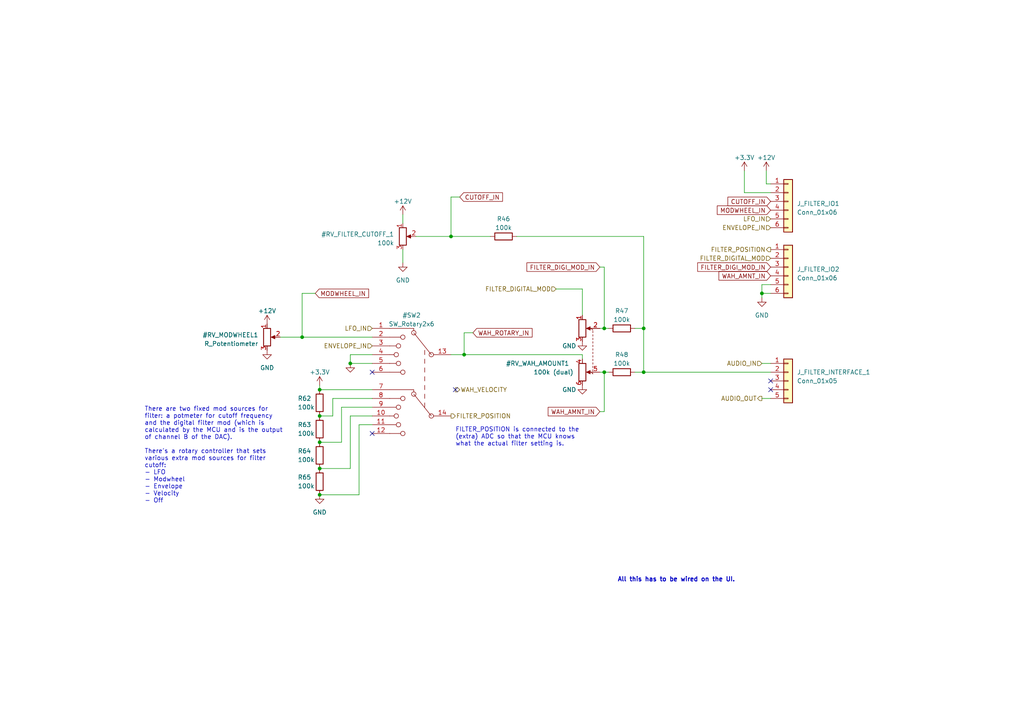
<source format=kicad_sch>
(kicad_sch (version 20230121) (generator eeschema)
  (paper "A4")
  (lib_symbols
    (symbol "Connector_Generic:Conn_01x05" (pin_names (offset 1.016) hide)
      (property "Reference" "J" (at 0 7.62 0))
      (property "Value" "Conn_01x05" (at 0 -7.62 0))
      (symbol "Conn_01x05_1_1"
        (rectangle (start -1.27 -4.953) (end 0 -5.207) (stroke (width 0.1524)))
        (rectangle (start -1.27 -2.413) (end 0 -2.667) (stroke (width 0.1524)))
        (rectangle (start -1.27 0.127) (end 0 -0.127) (stroke (width 0.1524)))
        (rectangle (start -1.27 2.667) (end 0 2.413) (stroke (width 0.1524)))
        (rectangle (start -1.27 5.207) (end 0 4.953) (stroke (width 0.1524)))
        (rectangle (start -1.27 6.35) (end 1.27 -6.35) (stroke (width 0.254)) (fill (type background)))
        (pin passive line (at -5.08 5.08 0) (length 3.81) (name "Pin_1") (number "1"))
        (pin passive line (at -5.08 2.54 0) (length 3.81) (name "Pin_2") (number "2"))
        (pin passive line (at -5.08 0 0) (length 3.81) (name "Pin_3") (number "3"))
        (pin passive line (at -5.08 -2.54 0) (length 3.81) (name "Pin_4") (number "4"))
        (pin passive line (at -5.08 -5.08 0) (length 3.81) (name "Pin_5") (number "5"))
      )
    )
    (symbol "Connector_Generic:Conn_01x06" (pin_names (offset 1.016) hide)
      (property "Reference" "J" (at 0 7.62 0))
      (property "Value" "Conn_01x06" (at 0 -10.16 0))
      (symbol "Conn_01x06_1_1"
        (rectangle (start -1.27 -7.493) (end 0 -7.747) (stroke (width 0.1524)))
        (rectangle (start -1.27 -4.953) (end 0 -5.207) (stroke (width 0.1524)))
        (rectangle (start -1.27 -2.413) (end 0 -2.667) (stroke (width 0.1524)))
        (rectangle (start -1.27 0.127) (end 0 -0.127) (stroke (width 0.1524)))
        (rectangle (start -1.27 2.667) (end 0 2.413) (stroke (width 0.1524)))
        (rectangle (start -1.27 5.207) (end 0 4.953) (stroke (width 0.1524)))
        (rectangle (start -1.27 6.35) (end 1.27 -8.89) (stroke (width 0.254)) (fill (type background)))
        (pin passive line (at -5.08 5.08 0) (length 3.81) (name "Pin_1") (number "1"))
        (pin passive line (at -5.08 2.54 0) (length 3.81) (name "Pin_2") (number "2"))
        (pin passive line (at -5.08 0 0) (length 3.81) (name "Pin_3") (number "3"))
        (pin passive line (at -5.08 -2.54 0) (length 3.81) (name "Pin_4") (number "4"))
        (pin passive line (at -5.08 -5.08 0) (length 3.81) (name "Pin_5") (number "5"))
        (pin passive line (at -5.08 -7.62 0) (length 3.81) (name "Pin_6") (number "6"))
      )
    )
    (symbol "Device:R" (pin_numbers hide) (pin_names (offset 0))
      (property "Reference" "R" (at 2.032 0 90))
      (property "Value" "R" (at 0 0 90))
      (symbol "R_0_1"
        (rectangle (start -1.016 -2.54) (end 1.016 2.54) (stroke (width 0.254)))
      )
      (symbol "R_1_1"
        (pin passive line (at 0 3.81 270) (length 1.27) (name "~") (number "1"))
        (pin passive line (at 0 -3.81 90) (length 1.27) (name "~") (number "2"))
      )
    )
    (symbol "Device:R_Potentiometer" (pin_names (offset 1.016) hide)
      (property "Reference" "RV" (at -4.445 0 90))
      (property "Value" "R_Potentiometer" (at -2.54 0 90))
      (symbol "R_Potentiometer_0_1"
        (polyline (pts (xy 2.54 0) (xy 1.524 0)))
        (polyline (pts (xy 1.143 0) (xy 2.286 0.508) (xy 2.286 -0.508) (xy 1.143 0)) (fill (type outline)))
        (rectangle (start 1.016 2.54) (end -1.016 -2.54) (stroke (width 0.254)))
      )
      (symbol "R_Potentiometer_1_1"
        (pin passive line (at 0 3.81 270) (length 1.27) (name "1") (number "1"))
        (pin passive line (at 3.81 0 180) (length 1.27) (name "2") (number "2"))
        (pin passive line (at 0 -3.81 90) (length 1.27) (name "3") (number "3"))
      )
    )
    (symbol "Device:R_Potentiometer_Dual" (pin_names (offset 1.016) hide)
      (property "Reference" "RV" (at 0 3.81 0))
      (property "Value" "R_Potentiometer_Dual" (at 0 1.905 0))
      (symbol "R_Potentiometer_Dual_0_1"
        (rectangle (start -8.89 -1.524) (end -3.81 -3.556) (stroke (width 0.254)))
        (polyline (pts (xy -6.35 0) (xy -6.35 -1.016)))
        (polyline (pts (xy -6.35 0) (xy -6.35 -1.016)))
        (polyline (pts (xy -6.35 0) (xy -5.842 0.508)))
        (polyline (pts (xy -5.588 0.508) (xy -5.08 0.508)))
        (polyline (pts (xy -4.572 0.508) (xy -4.064 0.508)))
        (polyline (pts (xy -3.556 0.508) (xy -3.048 0.508)))
        (polyline (pts (xy -2.54 0.508) (xy -2.032 0.508)))
        (polyline (pts (xy -1.524 0.508) (xy -1.016 0.508)))
        (polyline (pts (xy -0.508 0.508) (xy 0 0.508)))
        (polyline (pts (xy 0.508 0.508) (xy 1.016 0.508)))
        (polyline (pts (xy 1.524 0.508) (xy 2.032 0.508)))
        (polyline (pts (xy 2.54 0.508) (xy 3.048 0.508)))
        (polyline (pts (xy 3.556 0.508) (xy 4.064 0.508)))
        (polyline (pts (xy 4.572 0.508) (xy 5.08 0.508)))
        (polyline (pts (xy 5.588 0.508) (xy 6.096 0.508)))
        (polyline (pts (xy 6.35 0) (xy 6.35 -1.016)))
        (polyline (pts (xy 6.35 0) (xy 6.35 -1.016)))
        (polyline (pts (xy 6.604 0.508) (xy 6.858 0.508) (xy 6.35 0)))
        (polyline (pts (xy -6.35 -1.397) (xy -6.858 -0.254) (xy -5.842 -0.254) (xy -6.35 -1.397)) (fill (type outline)))
        (polyline (pts (xy 6.35 -1.397) (xy 5.842 -0.254) (xy 6.858 -0.254) (xy 6.35 -1.397)) (fill (type outline)))
        (rectangle (start 3.81 -1.524) (end 8.89 -3.556) (stroke (width 0.254)))
      )
      (symbol "R_Potentiometer_Dual_1_1"
        (pin passive line (at -10.16 -2.54 0) (length 1.27) (name "1") (number "1"))
        (pin passive line (at -6.35 2.54 270) (length 2.54) (name "2") (number "2"))
        (pin passive line (at -2.54 -2.54 180) (length 1.27) (name "3") (number "3"))
        (pin passive line (at 2.54 -2.54 0) (length 1.27) (name "4") (number "4"))
        (pin passive line (at 6.35 2.54 270) (length 2.54) (name "5") (number "5"))
        (pin passive line (at 10.16 -2.54 180) (length 1.27) (name "6") (number "6"))
      )
    )
    (symbol "Switch:SW_Rotary2x6" (pin_names (offset 1.016) hide)
      (property "Reference" "SW" (at 0 17.78 0))
      (property "Value" "SW_Rotary2x6" (at 0 -17.78 0))
      (symbol "SW_Rotary2x6_0_0"
        (circle (center -4.445 -10.16) (radius 0.635))
        (circle (center -4.445 7.62) (radius 0.635))
        (polyline (pts (xy -4.445 -10.16) (xy 0.635 -3.81)))
        (polyline (pts (xy -4.445 7.62) (xy 0.635 13.97)))
        (polyline (pts (xy -2.54 -7.62) (xy -2.54 -6.35)))
        (polyline (pts (xy -2.54 -5.08) (xy -2.54 -3.81)))
        (polyline (pts (xy -2.54 -2.54) (xy -2.54 -1.27)))
        (polyline (pts (xy -2.54 0) (xy -2.54 1.27)))
        (polyline (pts (xy -2.54 2.54) (xy -2.54 3.81)))
        (polyline (pts (xy -2.54 5.08) (xy -2.54 6.35)))
        (polyline (pts (xy -2.54 7.62) (xy -2.54 8.89)))
        (polyline (pts (xy 4.445 -5.08) (xy 7.62 -5.08)))
        (polyline (pts (xy 4.445 12.7) (xy 7.62 12.7)))
        (polyline (pts (xy 5.715 -12.7) (xy 7.62 -12.7)))
        (polyline (pts (xy 5.715 -7.62) (xy 7.62 -7.62)))
        (polyline (pts (xy 5.715 5.08) (xy 7.62 5.08)))
        (polyline (pts (xy 5.715 10.16) (xy 7.62 10.16)))
        (polyline (pts (xy 6.35 -10.16) (xy 7.62 -10.16)))
        (polyline (pts (xy 6.35 7.62) (xy 7.62 7.62)))
        (polyline (pts (xy 7.62 -15.24) (xy 4.445 -15.24)))
        (polyline (pts (xy 7.62 2.54) (xy 4.445 2.54)))
        (polyline (pts (xy 0.635 -3.175) (xy 0.635 -2.54) (xy 7.62 -2.54)))
        (polyline (pts (xy 0.635 14.605) (xy 0.635 15.24) (xy 7.62 15.24)))
        (circle (center 0.635 -3.81) (radius 0.635))
        (circle (center 0.635 13.97) (radius 0.635))
        (circle (center 3.81 -15.24) (radius 0.635))
        (circle (center 3.81 -5.08) (radius 0.635))
        (circle (center 3.81 2.54) (radius 0.635))
        (circle (center 3.81 12.7) (radius 0.635))
        (circle (center 5.08 -12.7) (radius 0.635))
        (circle (center 5.08 -7.62) (radius 0.635))
        (circle (center 5.08 5.08) (radius 0.635))
        (circle (center 5.08 10.16) (radius 0.635))
        (circle (center 5.715 -10.16) (radius 0.635))
        (circle (center 5.715 7.62) (radius 0.635))
      )
      (symbol "SW_Rotary2x6_0_1"
        (pin passive line (at 12.7 15.24 180) (length 5.08) (name "1") (number "1"))
        (pin passive line (at 12.7 -10.16 180) (length 5.08) (name "10") (number "10"))
        (pin passive line (at 12.7 -12.7 180) (length 5.08) (name "11") (number "11"))
        (pin passive line (at 12.7 -15.24 180) (length 5.08) (name "12") (number "12"))
        (pin passive line (at -10.16 7.62 0) (length 5.08) (name "13") (number "13"))
        (pin passive line (at -10.16 -10.16 0) (length 5.08) (name "14") (number "14"))
        (pin passive line (at 12.7 12.7 180) (length 5.08) (name "2") (number "2"))
        (pin passive line (at 12.7 10.16 180) (length 5.08) (name "3") (number "3"))
        (pin passive line (at 12.7 7.62 180) (length 5.08) (name "4") (number "4"))
        (pin passive line (at 12.7 5.08 180) (length 5.08) (name "5") (number "5"))
        (pin passive line (at 12.7 2.54 180) (length 5.08) (name "6") (number "6"))
        (pin passive line (at 12.7 -2.54 180) (length 5.08) (name "7") (number "7"))
        (pin passive line (at 12.7 -5.08 180) (length 5.08) (name "8") (number "8"))
        (pin passive line (at 12.7 -7.62 180) (length 5.08) (name "9") (number "9"))
      )
    )
    (symbol "power:+12V" (power) (pin_names (offset 0))
      (property "Value" "+12V" (at 0 3.556 0))
      (symbol "+12V_0_1"
        (polyline (pts (xy -0.762 1.27) (xy 0 2.54)))
        (polyline (pts (xy 0 0) (xy 0 2.54)))
        (polyline (pts (xy 0 2.54) (xy 0.762 1.27)))
      )
      (symbol "+12V_1_1"
        (pin power_in line (at 0 0 90) (length 0) hide (name "+12V") (number "1"))
      )
    )
    (symbol "power:+3.3V" (power) (pin_names (offset 0))
      (property "Value" "+3.3V" (at 0 3.556 0))
      (symbol "+3.3V_0_1"
        (polyline (pts (xy -0.762 1.27) (xy 0 2.54)))
        (polyline (pts (xy 0 0) (xy 0 2.54)))
        (polyline (pts (xy 0 2.54) (xy 0.762 1.27)))
      )
      (symbol "+3.3V_1_1"
        (pin power_in line (at 0 0 90) (length 0) hide (name "+3.3V") (number "1"))
      )
    )
    (symbol "power:GND" (power) (pin_names (offset 0))
      (property "Value" "GND" (at 0 -3.81 0))
      (symbol "GND_0_1"
        (polyline (pts (xy 0 0) (xy 0 -1.27) (xy 1.27 -1.27) (xy 0 -2.54) (xy -1.27 -1.27) (xy 0 -1.27)))
      )
      (symbol "GND_1_1"
        (pin power_in line (at 0 0 270) (length 0) hide (name "GND") (number "1"))
      )
    )
  )
  (junction (at 186.69 107.95))
  (junction (at 87.63 97.79))
  (junction (at 92.71 135.89))
  (junction (at 101.6 105.41))
  (junction (at 220.98 85.09))
  (junction (at 130.81 68.58))
  (junction (at 92.71 128.27))
  (junction (at 175.26 107.95))
  (junction (at 92.71 120.65))
  (junction (at 186.69 95.25))
  (junction (at 92.71 113.03))
  (junction (at 92.71 143.51))
  (junction (at 134.62 102.87))
  (junction (at 175.26 95.25))
  (no_connect (at 107.95 125.73))
  (no_connect (at 132.08 113.03))
  (no_connect (at 223.52 113.03))
  (no_connect (at 107.95 107.95))
  (no_connect (at 223.52 110.49))
  (wire (pts (xy 222.25 53.34) (xy 223.52 53.34)))
  (wire (pts (xy 175.26 119.38) (xy 175.26 107.95)))
  (wire (pts (xy 104.14 123.19) (xy 107.95 123.19)))
  (wire (pts (xy 134.62 96.52) (xy 134.62 102.87)))
  (wire (pts (xy 96.52 115.57) (xy 107.95 115.57)))
  (wire (pts (xy 101.6 120.65) (xy 107.95 120.65)))
  (wire (pts (xy 149.86 68.58) (xy 186.69 68.58)))
  (wire (pts (xy 101.6 102.87) (xy 107.95 102.87)))
  (wire (pts (xy 134.62 102.87) (xy 168.91 102.87)))
  (wire (pts (xy 223.52 105.41) (xy 220.98 105.41)))
  (wire (pts (xy 101.6 105.41) (xy 107.95 105.41)))
  (wire (pts (xy 92.71 128.27) (xy 99.06 128.27)))
  (wire (pts (xy 92.71 135.89) (xy 101.6 135.89)))
  (wire (pts (xy 130.81 57.15) (xy 130.81 68.58)))
  (wire (pts (xy 173.99 95.25) (xy 175.26 95.25)))
  (wire (pts (xy 130.81 68.58) (xy 142.24 68.58)))
  (wire (pts (xy 173.99 107.95) (xy 175.26 107.95)))
  (wire (pts (xy 99.06 128.27) (xy 99.06 118.11)))
  (wire (pts (xy 215.9 55.88) (xy 223.52 55.88)))
  (wire (pts (xy 184.15 95.25) (xy 186.69 95.25)))
  (wire (pts (xy 130.81 102.87) (xy 134.62 102.87)))
  (wire (pts (xy 168.91 83.82) (xy 168.91 91.44)))
  (wire (pts (xy 87.63 85.09) (xy 87.63 97.79)))
  (wire (pts (xy 96.52 115.57) (xy 96.52 120.65)))
  (wire (pts (xy 186.69 95.25) (xy 186.69 107.95)))
  (wire (pts (xy 92.71 143.51) (xy 104.14 143.51)))
  (wire (pts (xy 92.71 113.03) (xy 107.95 113.03)))
  (wire (pts (xy 120.65 68.58) (xy 130.81 68.58)))
  (wire (pts (xy 220.98 85.09) (xy 223.52 85.09)))
  (wire (pts (xy 223.52 82.55) (xy 220.98 82.55)))
  (wire (pts (xy 220.98 82.55) (xy 220.98 85.09)))
  (wire (pts (xy 101.6 105.41) (xy 101.6 102.87)))
  (wire (pts (xy 175.26 77.47) (xy 175.26 95.25)))
  (wire (pts (xy 116.84 62.23) (xy 116.84 64.77)))
  (wire (pts (xy 184.15 107.95) (xy 186.69 107.95)))
  (wire (pts (xy 133.35 57.15) (xy 130.81 57.15)))
  (wire (pts (xy 116.84 72.39) (xy 116.84 76.2)))
  (wire (pts (xy 161.29 83.82) (xy 168.91 83.82)))
  (wire (pts (xy 104.14 143.51) (xy 104.14 123.19)))
  (wire (pts (xy 87.63 97.79) (xy 107.95 97.79)))
  (wire (pts (xy 173.99 119.38) (xy 175.26 119.38)))
  (wire (pts (xy 220.98 86.36) (xy 220.98 85.09)))
  (wire (pts (xy 92.71 111.76) (xy 92.71 113.03)))
  (wire (pts (xy 215.9 49.53) (xy 215.9 55.88)))
  (wire (pts (xy 222.25 49.53) (xy 222.25 53.34)))
  (wire (pts (xy 220.98 115.57) (xy 223.52 115.57)))
  (wire (pts (xy 175.26 95.25) (xy 176.53 95.25)))
  (wire (pts (xy 101.6 135.89) (xy 101.6 120.65)))
  (wire (pts (xy 173.99 77.47) (xy 175.26 77.47)))
  (wire (pts (xy 137.16 96.52) (xy 134.62 96.52)))
  (wire (pts (xy 99.06 118.11) (xy 107.95 118.11)))
  (wire (pts (xy 186.69 68.58) (xy 186.69 95.25)))
  (wire (pts (xy 81.28 97.79) (xy 87.63 97.79)))
  (wire (pts (xy 96.52 120.65) (xy 92.71 120.65)))
  (wire (pts (xy 175.26 107.95) (xy 176.53 107.95)))
  (wire (pts (xy 168.91 102.87) (xy 168.91 104.14)))
  (wire (pts (xy 186.69 107.95) (xy 223.52 107.95)))
  (wire (pts (xy 91.44 85.09) (xy 87.63 85.09)))
  (text "FILTER_POSITION is connected to the \n(extra) ADC so that the MCU knows\nwhat the actual filter setting is." (at 132.08 129.54 0) (effects (font (size 1.27 1.27)) (justify left bottom)))
  (text "There are two fixed mod sources for\nfilter: a potmeter for cutoff frequency\nand the digital filter mod (which is\ncalculated by the MCU and is the output\nof channel B of the DAC).\n\nThere's a rotary controller that sets\nvarious extra mod sources for filter\ncutoff:\n- LFO\n- Modwheel\n- Envelope\n- Velocity\n- Off" (at 41.91 146.05 0) (effects (font (size 1.27 1.27)) (justify left bottom)))
  (text "All this has to be wired on the UI." (at 179.07 168.91 0) (effects (font (size 1.27 1.27) (thickness 0.254) bold) (justify left bottom)))
  (global_label "WAH_AMNT_IN" (shape input) (at 223.52 80.01 180) (property "Intersheetrefs" "${INTERSHEET_REFS}" (effects hide)))
  (global_label "MODWHEEL_IN" (shape input) (at 91.44 85.09 0) (property "Intersheetrefs" "${INTERSHEET_REFS}" (effects hide)))
  (global_label "WAH_AMNT_IN" (shape input) (at 173.99 119.38 180) (property "Intersheetrefs" "${INTERSHEET_REFS}" (effects hide)))
  (global_label "WAH_ROTARY_IN" (shape input) (at 137.16 96.52 0) (property "Intersheetrefs" "${INTERSHEET_REFS}" (effects hide)))
  (global_label "FILTER_DIGI_MOD_IN" (shape input) (at 173.99 77.47 180) (property "Intersheetrefs" "${INTERSHEET_REFS}" (effects hide)))
  (global_label "FILTER_DIGI_MOD_IN" (shape input) (at 223.52 77.47 180) (property "Intersheetrefs" "${INTERSHEET_REFS}" (effects hide)))
  (global_label "MODWHEEL_IN" (shape input) (at 223.52 60.96 180) (property "Intersheetrefs" "${INTERSHEET_REFS}" (effects hide)))
  (global_label "CUTOFF_IN" (shape input) (at 223.52 58.42 180) (property "Intersheetrefs" "${INTERSHEET_REFS}" (effects hide)))
  (global_label "CUTOFF_IN" (shape input) (at 133.35 57.15 0) (property "Intersheetrefs" "${INTERSHEET_REFS}" (effects hide)))
  (hierarchical_label "AUDIO_OUT" (shape output) (at 220.98 115.57 180))
  (hierarchical_label "LFO_IN" (shape input) (at 107.95 95.25 180))
  (hierarchical_label "FILTER_POSITION" (shape output) (at 130.81 120.65 0))
  (hierarchical_label "ENVELOPE_IN" (shape input) (at 107.95 100.33 180))
  (hierarchical_label "FILTER_POSITION" (shape output) (at 223.52 72.39 180))
  (hierarchical_label "ENVELOPE_IN" (shape input) (at 223.52 66.04 180))
  (hierarchical_label "FILTER_DIGITAL_MOD" (shape input) (at 223.52 74.93 180))
  (hierarchical_label "FILTER_DIGITAL_MOD" (shape input) (at 161.29 83.82 180))
  (hierarchical_label "LFO_IN" (shape input) (at 223.52 63.5 180))
  (hierarchical_label "WAH_VELOCITY" (shape output) (at 132.08 113.03 0))
  (hierarchical_label "AUDIO_IN" (shape input) (at 220.98 105.41 180))
  (symbol (lib_id "Connector_Generic:Conn_01x06") (at 228.6 77.47 0) (unit 1)
    (property "Reference" "J_FILTER_IO2" (at 231.14 78.105 0) (effects (justify left)))
    (property "Value" "Conn_01x06" (at 231.14 80.645 0) (effects (justify left)))
    (property "Footprint" "Shmoergh_Custom_Footprints:NSL25_01x06_Vertical" (effects hide))
  )
  (symbol (lib_id "power:+12V") (at 222.25 49.53 0) (unit 1)
    (property "Reference" "#PWR0135" (effects hide))
    (property "Value" "+12V" (at 222.25 45.72 0))
  )
  (symbol (lib_id "power:GND") (at 168.91 99.06 0) (unit 1)
    (property "Reference" "#PWR085" (effects hide))
    (property "Value" "GND" (at 165.1 100.33 0))
  )
  (symbol (lib_id "Device:R") (at 146.05 68.58 90) (unit 1)
    (property "Reference" "R46" (at 146.05 63.5 90))
    (property "Value" "100k" (at 146.05 66.04 90))
    (property "Footprint" "Shmoergh_Custom_Footprints:R_Axial_DIN0207_L6.3mm_D2.5mm_P7.62mm_Horizontal" (effects hide))
  )
  (symbol (lib_id "Connector_Generic:Conn_01x06") (at 228.6 58.42 0) (unit 1)
    (property "Reference" "J_FILTER_IO1" (at 231.14 59.055 0) (effects (justify left)))
    (property "Value" "Conn_01x06" (at 231.14 61.595 0) (effects (justify left)))
    (property "Footprint" "Shmoergh_Custom_Footprints:NSL25_01x06_Vertical" (effects hide))
  )
  (symbol (lib_id "Device:R") (at 180.34 95.25 90) (unit 1)
    (property "Reference" "R47" (at 180.34 90.17 90))
    (property "Value" "100k" (at 180.34 92.71 90))
    (property "Footprint" "Shmoergh_Custom_Footprints:R_Axial_DIN0207_L6.3mm_D2.5mm_P7.62mm_Horizontal" (effects hide))
  )
  (symbol (lib_id "Device:R") (at 92.71 124.46 0) (unit 1)
    (property "Reference" "R63" (at 86.36 123.19 0) (effects (justify left)))
    (property "Value" "100k" (at 86.36 125.73 0) (effects (justify left)))
  )
  (symbol (lib_id "power:GND") (at 77.47 101.6 0) (unit 1)
    (property "Reference" "#PWR079" (effects hide))
    (property "Value" "GND" (at 77.47 106.68 0))
  )
  (symbol (lib_id "Switch:SW_Rotary2x6") (at 120.65 110.49 0) (mirror y) (unit 1)
    (property "Reference" "#SW2" (at 119.38 91.44 0))
    (property "Value" "SW_Rotary2x6" (at 119.38 93.98 0))
    (property "Datasheet" "http://cdn-reichelt.de/documents/datenblatt/C200/DS-Serie%23LOR.pdf" (effects hide))
  )
  (symbol (lib_id "Device:R_Potentiometer_Dual") (at 171.45 101.6 270) (unit 1)
    (property "Reference" "#RV_WAH_AMOUNT1" (at 165.1 105.41 90) (effects (justify right)))
    (property "Value" "100k (dual)" (at 166.37 107.95 90) (effects (justify right)))
    (property "Footprint" "Shmoergh_Custom_Footprints:NSL25_01x06_Vertical" (effects hide))
  )
  (symbol (lib_id "Device:R_Potentiometer") (at 77.47 97.79 0) (unit 1)
    (property "Reference" "#RV_MODWHEEL1" (at 74.93 97.155 0) (effects (justify right)))
    (property "Value" "R_Potentiometer" (at 74.93 99.695 0) (effects (justify right)))
    (property "Footprint" "Shmoergh_Custom_Footprints:NSL25_01x03_Vertical" (effects hide))
  )
  (symbol (lib_id "Device:R_Potentiometer") (at 116.84 68.58 0) (unit 1)
    (property "Reference" "#RV_FILTER_CUTOFF_1" (at 114.3 67.945 0) (effects (justify right)))
    (property "Value" "100k" (at 114.3 70.485 0) (effects (justify right)))
    (property "Footprint" "Shmoergh_Custom_Footprints:NSL25_01x03_Vertical" (effects hide))
  )
  (symbol (lib_id "power:GND") (at 116.84 76.2 0) (unit 1)
    (property "Reference" "#PWR084" (effects hide))
    (property "Value" "GND" (at 116.84 81.28 0))
  )
  (symbol (lib_id "power:GND") (at 101.6 105.41 0) (unit 1)
    (property "Reference" "#PWR081" (effects hide))
    (property "Value" "GND" (effects hide))
  )
  (symbol (lib_id "power:+12V") (at 116.84 62.23 0) (unit 1)
    (property "Reference" "#PWR083" (effects hide))
    (property "Value" "+12V" (at 116.84 58.42 0))
  )
  (symbol (lib_id "power:+12V") (at 77.47 93.98 0) (unit 1)
    (property "Reference" "#PWR078" (effects hide))
    (property "Value" "+12V" (at 77.47 90.17 0))
  )
  (symbol (lib_id "Device:R") (at 180.34 107.95 90) (unit 1)
    (property "Reference" "R48" (at 180.34 102.87 90))
    (property "Value" "100k" (at 180.34 105.41 90))
    (property "Footprint" "Shmoergh_Custom_Footprints:R_Axial_DIN0207_L6.3mm_D2.5mm_P7.62mm_Horizontal" (effects hide))
  )
  (symbol (lib_id "power:+3.3V") (at 92.71 111.76 0) (unit 1)
    (property "Reference" "#PWR080" (effects hide))
    (property "Value" "+3.3V" (at 92.71 107.95 0))
  )
  (symbol (lib_id "power:+3.3V") (at 215.9 49.53 0) (unit 1)
    (property "Reference" "#PWR0137" (effects hide))
    (property "Value" "+3.3V" (at 215.9 45.72 0))
  )
  (symbol (lib_id "Device:R") (at 92.71 139.7 0) (unit 1)
    (property "Reference" "R65" (at 86.36 138.43 0) (effects (justify left)))
    (property "Value" "100k" (at 86.36 140.97 0) (effects (justify left)))
  )
  (symbol (lib_id "power:GND") (at 168.91 111.76 0) (unit 1)
    (property "Reference" "#PWR086" (effects hide))
    (property "Value" "GND" (at 165.1 113.03 0))
  )
  (symbol (lib_id "Connector_Generic:Conn_01x05") (at 228.6 110.49 0) (unit 1)
    (property "Reference" "J_FILTER_INTERFACE_1" (at 231.14 107.95 0) (effects (justify left)))
    (property "Value" "Conn_01x05" (at 231.14 110.49 0) (effects (justify left)))
    (property "Footprint" "Shmoergh_Custom_Footprints:NSL25_01x05_Vertical" (effects hide))
  )
  (symbol (lib_id "power:GND") (at 92.71 143.51 0) (unit 1)
    (property "Reference" "#PWR082" (effects hide))
    (property "Value" "GND" (at 92.71 148.59 0))
  )
  (symbol (lib_id "power:GND") (at 220.98 86.36 0) (unit 1)
    (property "Reference" "#PWR0136" (effects hide))
    (property "Value" "GND" (at 220.98 91.44 0))
  )
  (symbol (lib_id "Device:R") (at 92.71 132.08 0) (unit 1)
    (property "Reference" "R64" (at 86.36 130.81 0) (effects (justify left)))
    (property "Value" "100k" (at 86.36 133.35 0) (effects (justify left)))
  )
  (symbol (lib_id "Device:R") (at 92.71 116.84 0) (unit 1)
    (property "Reference" "R62" (at 86.36 115.57 0) (effects (justify left)))
    (property "Value" "100k" (at 86.36 118.11 0) (effects (justify left)))
  )
)
</source>
